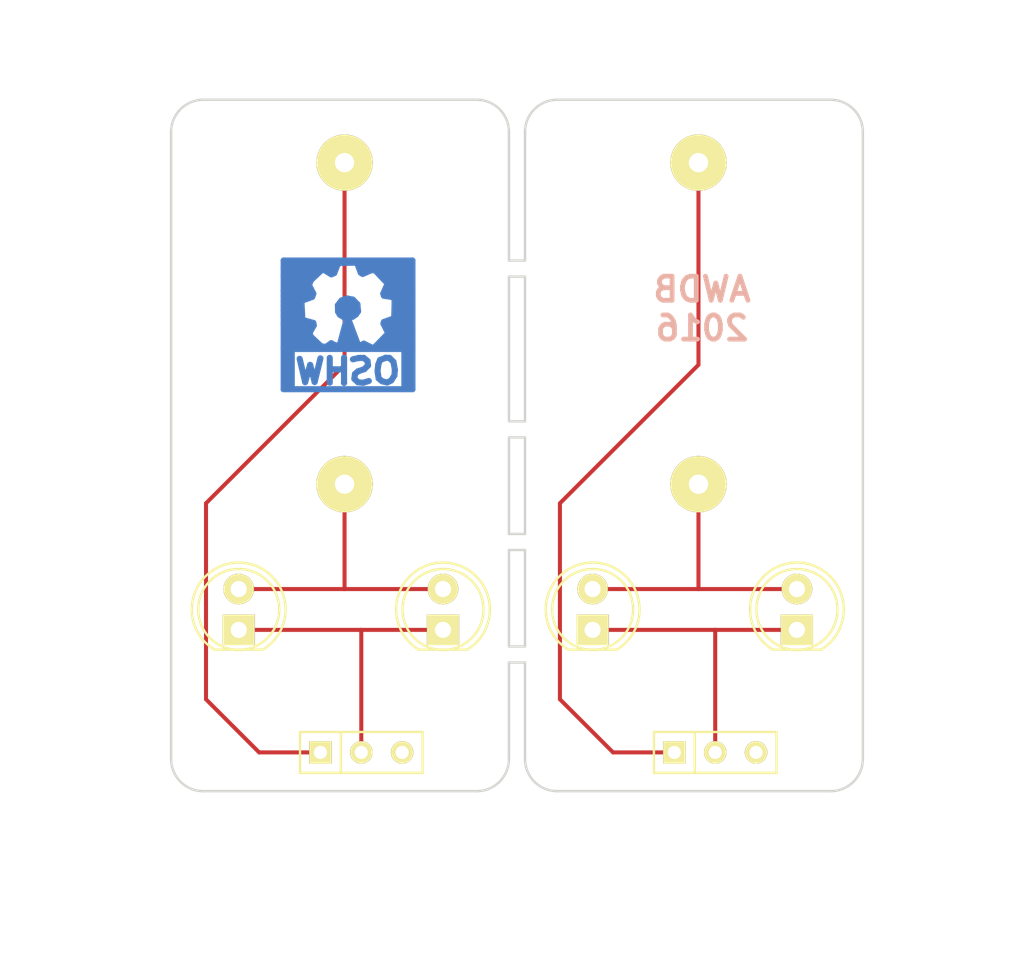
<source format=kicad_pcb>
(kicad_pcb (version 4) (host pcbnew 4.0.2-4+6225~38~ubuntu15.10.1-stable)

  (general
    (links 0)
    (no_connects 0)
    (area 54.142999 66.014999 97.293001 109.165001)
    (thickness 1.6)
    (drawings 37)
    (tracks 26)
    (zones 0)
    (modules 11)
    (nets 1)
  )

  (page A4)
  (layers
    (0 F.Cu signal)
    (31 B.Cu signal)
    (32 B.Adhes user)
    (33 F.Adhes user)
    (34 B.Paste user)
    (35 F.Paste user)
    (36 B.SilkS user)
    (37 F.SilkS user)
    (38 B.Mask user)
    (39 F.Mask user)
    (40 Dwgs.User user)
    (41 Cmts.User user)
    (42 Eco1.User user)
    (43 Eco2.User user)
    (44 Edge.Cuts user)
    (45 Margin user)
    (46 B.CrtYd user)
    (47 F.CrtYd user)
    (48 B.Fab user)
    (49 F.Fab user)
  )

  (setup
    (last_trace_width 0.25)
    (trace_clearance 0.2)
    (zone_clearance 0.508)
    (zone_45_only no)
    (trace_min 0.2)
    (segment_width 0.2)
    (edge_width 0.15)
    (via_size 0.6)
    (via_drill 0.4)
    (via_min_size 0.4)
    (via_min_drill 0.3)
    (uvia_size 0.3)
    (uvia_drill 0.1)
    (uvias_allowed no)
    (uvia_min_size 0.2)
    (uvia_min_drill 0.1)
    (pcb_text_width 0.3)
    (pcb_text_size 1.5 1.5)
    (mod_edge_width 0.15)
    (mod_text_size 1 1)
    (mod_text_width 0.15)
    (pad_size 1.524 1.524)
    (pad_drill 0.762)
    (pad_to_mask_clearance 0.2)
    (aux_axis_origin 0 0)
    (grid_origin 93.218 85.09)
    (visible_elements FFFFFF7F)
    (pcbplotparams
      (layerselection 0x010f0_80000001)
      (usegerberextensions false)
      (excludeedgelayer true)
      (linewidth 0.150000)
      (plotframeref false)
      (viasonmask false)
      (mode 1)
      (useauxorigin false)
      (hpglpennumber 1)
      (hpglpenspeed 20)
      (hpglpendiameter 15)
      (hpglpenoverlay 2)
      (psnegative false)
      (psa4output false)
      (plotreference true)
      (plotvalue true)
      (plotinvisibletext false)
      (padsonsilk false)
      (subtractmaskfromsilk false)
      (outputformat 1)
      (mirror false)
      (drillshape 0)
      (scaleselection 1)
      (outputdirectory ""))
  )

  (net 0 "")

  (net_class Default "This is the default net class."
    (clearance 0.2)
    (trace_width 0.25)
    (via_dia 0.6)
    (via_drill 0.4)
    (uvia_dia 0.3)
    (uvia_drill 0.1)
  )

  (module Buttons_Switches_ThroughHole:SW_Micro_SPST (layer F.Cu) (tedit 57014A92) (tstamp 57013BCC)
    (at 66.04 106.68)
    (tags "Switch Micro SPST")
    (fp_text reference REF** (at 0 -2.54) (layer F.SilkS) hide
      (effects (font (size 1 1) (thickness 0.15)))
    )
    (fp_text value SW_Micro_SPST (at 0.025 2.45) (layer F.Fab) hide
      (effects (font (size 1 1) (thickness 0.15)))
    )
    (fp_line (start -3.81 1.27) (end -3.81 -1.27) (layer F.SilkS) (width 0.15))
    (fp_line (start -3.81 -1.27) (end 3.81 -1.27) (layer F.SilkS) (width 0.15))
    (fp_line (start 3.81 -1.27) (end 3.81 1.27) (layer F.SilkS) (width 0.15))
    (fp_line (start 3.81 1.27) (end -3.81 1.27) (layer F.SilkS) (width 0.15))
    (fp_line (start -1.27 -1.27) (end -1.27 1.27) (layer F.SilkS) (width 0.15))
    (pad 1 thru_hole rect (at -2.54 0) (size 1.397 1.397) (drill 0.8128) (layers *.Cu *.Mask F.SilkS))
    (pad 2 thru_hole circle (at 0 0) (size 1.397 1.397) (drill 0.8128) (layers *.Cu *.Mask F.SilkS))
    (pad 3 thru_hole circle (at 2.54 0) (size 1.397 1.397) (drill 0.8128) (layers *.Cu *.Mask F.SilkS))
    (model Buttons_Switches_ThroughHole.3dshapes/SW_Micro_SPST.wrl
      (at (xyz 0 0 0))
      (scale (xyz 0.33 0.33 0.33))
      (rotate (xyz 0 0 0))
    )
  )

  (module LEDs:LED-5MM (layer F.Cu) (tedit 57014A9D) (tstamp 57013D01)
    (at 58.42 99.06 90)
    (descr "LED 5mm round vertical")
    (tags "LED 5mm round vertical")
    (fp_text reference REF** (at 1.524 4.064 90) (layer F.SilkS) hide
      (effects (font (size 1 1) (thickness 0.15)))
    )
    (fp_text value LED-5MM (at 1.524 -3.937 90) (layer F.Fab) hide
      (effects (font (size 1 1) (thickness 0.15)))
    )
    (fp_line (start -1.5 -1.55) (end -1.5 1.55) (layer F.CrtYd) (width 0.05))
    (fp_arc (start 1.3 0) (end -1.5 1.55) (angle -302) (layer F.CrtYd) (width 0.05))
    (fp_arc (start 1.27 0) (end -1.23 -1.5) (angle 297.5) (layer F.SilkS) (width 0.15))
    (fp_line (start -1.23 1.5) (end -1.23 -1.5) (layer F.SilkS) (width 0.15))
    (fp_circle (center 1.27 0) (end 0.97 -2.5) (layer F.SilkS) (width 0.15))
    (fp_text user K (at -1.905 1.905 90) (layer F.SilkS) hide
      (effects (font (size 1 1) (thickness 0.15)))
    )
    (pad 1 thru_hole rect (at 0 0 180) (size 2 1.9) (drill 1.00076) (layers *.Cu *.Mask F.SilkS))
    (pad 2 thru_hole circle (at 2.54 0 90) (size 1.9 1.9) (drill 1.00076) (layers *.Cu *.Mask F.SilkS))
    (model LEDs.3dshapes/LED-5MM.wrl
      (at (xyz 0.05 0 0))
      (scale (xyz 1 1 1))
      (rotate (xyz 0 0 90))
    )
  )

  (module LEDs:LED-5MM (layer F.Cu) (tedit 57014AA0) (tstamp 57013D0D)
    (at 71.12 99.06 90)
    (descr "LED 5mm round vertical")
    (tags "LED 5mm round vertical")
    (fp_text reference REF** (at 1.524 4.064 90) (layer F.SilkS) hide
      (effects (font (size 1 1) (thickness 0.15)))
    )
    (fp_text value LED-5MM (at 1.524 -3.937 90) (layer F.Fab) hide
      (effects (font (size 1 1) (thickness 0.15)))
    )
    (fp_line (start -1.5 -1.55) (end -1.5 1.55) (layer F.CrtYd) (width 0.05))
    (fp_arc (start 1.3 0) (end -1.5 1.55) (angle -302) (layer F.CrtYd) (width 0.05))
    (fp_arc (start 1.27 0) (end -1.23 -1.5) (angle 297.5) (layer F.SilkS) (width 0.15))
    (fp_line (start -1.23 1.5) (end -1.23 -1.5) (layer F.SilkS) (width 0.15))
    (fp_circle (center 1.27 0) (end 0.97 -2.5) (layer F.SilkS) (width 0.15))
    (fp_text user K (at -1.905 1.905 90) (layer F.SilkS) hide
      (effects (font (size 1 1) (thickness 0.15)))
    )
    (pad 1 thru_hole rect (at 0 0 180) (size 2 1.9) (drill 1.00076) (layers *.Cu *.Mask F.SilkS))
    (pad 2 thru_hole circle (at 2.54 0 90) (size 1.9 1.9) (drill 1.00076) (layers *.Cu *.Mask F.SilkS))
    (model LEDs.3dshapes/LED-5MM.wrl
      (at (xyz 0.05 0 0))
      (scale (xyz 1 1 1))
      (rotate (xyz 0 0 90))
    )
  )

  (module Wire_Pads:SolderWirePad_single_1-2mmDrill (layer F.Cu) (tedit 57014A79) (tstamp 570146C1)
    (at 65 90)
    (fp_text reference REF** (at 0 -3.81) (layer F.SilkS) hide
      (effects (font (size 1 1) (thickness 0.15)))
    )
    (fp_text value + (at -1.905 3.175) (layer F.Fab) hide
      (effects (font (size 1 1) (thickness 0.15)))
    )
    (pad 1 thru_hole circle (at 0 0) (size 3.50012 3.50012) (drill 1.19888) (layers *.Cu *.Mask F.SilkS))
  )

  (module Wire_Pads:SolderWirePad_single_1-2mmDrill (layer F.Cu) (tedit 57014A76) (tstamp 570146C6)
    (at 65 70)
    (fp_text reference REF** (at 0 -3.81) (layer F.SilkS) hide
      (effects (font (size 1 1) (thickness 0.15)))
    )
    (fp_text value - (at -1.905 3.175) (layer F.Fab) hide
      (effects (font (size 1 1) (thickness 0.15)))
    )
    (pad 1 thru_hole circle (at 0 0) (size 3.50012 3.50012) (drill 1.19888) (layers *.Cu *.Mask F.SilkS))
  )

  (module Buttons_Switches_ThroughHole:SW_Micro_SPST (layer F.Cu) (tedit 57014A94) (tstamp 57013BCC)
    (at 88.04 106.68)
    (tags "Switch Micro SPST")
    (fp_text reference REF** (at 0 -2.54) (layer F.SilkS) hide
      (effects (font (size 1 1) (thickness 0.15)))
    )
    (fp_text value SW_Micro_SPST (at 0.025 2.45) (layer F.Fab) hide
      (effects (font (size 1 1) (thickness 0.15)))
    )
    (fp_line (start -3.81 1.27) (end -3.81 -1.27) (layer F.SilkS) (width 0.15))
    (fp_line (start -3.81 -1.27) (end 3.81 -1.27) (layer F.SilkS) (width 0.15))
    (fp_line (start 3.81 -1.27) (end 3.81 1.27) (layer F.SilkS) (width 0.15))
    (fp_line (start 3.81 1.27) (end -3.81 1.27) (layer F.SilkS) (width 0.15))
    (fp_line (start -1.27 -1.27) (end -1.27 1.27) (layer F.SilkS) (width 0.15))
    (pad 1 thru_hole rect (at -2.54 0) (size 1.397 1.397) (drill 0.8128) (layers *.Cu *.Mask F.SilkS))
    (pad 2 thru_hole circle (at 0 0) (size 1.397 1.397) (drill 0.8128) (layers *.Cu *.Mask F.SilkS))
    (pad 3 thru_hole circle (at 2.54 0) (size 1.397 1.397) (drill 0.8128) (layers *.Cu *.Mask F.SilkS))
    (model Buttons_Switches_ThroughHole.3dshapes/SW_Micro_SPST.wrl
      (at (xyz 0 0 0))
      (scale (xyz 0.33 0.33 0.33))
      (rotate (xyz 0 0 0))
    )
  )

  (module LEDs:LED-5MM (layer F.Cu) (tedit 57014AA4) (tstamp 57013D01)
    (at 80.42 99.06 90)
    (descr "LED 5mm round vertical")
    (tags "LED 5mm round vertical")
    (fp_text reference REF** (at 1.524 4.064 90) (layer F.SilkS) hide
      (effects (font (size 1 1) (thickness 0.15)))
    )
    (fp_text value LED-5MM (at 1.524 -3.937 90) (layer F.Fab) hide
      (effects (font (size 1 1) (thickness 0.15)))
    )
    (fp_line (start -1.5 -1.55) (end -1.5 1.55) (layer F.CrtYd) (width 0.05))
    (fp_arc (start 1.3 0) (end -1.5 1.55) (angle -302) (layer F.CrtYd) (width 0.05))
    (fp_arc (start 1.27 0) (end -1.23 -1.5) (angle 297.5) (layer F.SilkS) (width 0.15))
    (fp_line (start -1.23 1.5) (end -1.23 -1.5) (layer F.SilkS) (width 0.15))
    (fp_circle (center 1.27 0) (end 0.97 -2.5) (layer F.SilkS) (width 0.15))
    (fp_text user K (at -1.905 1.905 90) (layer F.SilkS) hide
      (effects (font (size 1 1) (thickness 0.15)))
    )
    (pad 1 thru_hole rect (at 0 0 180) (size 2 1.9) (drill 1.00076) (layers *.Cu *.Mask F.SilkS))
    (pad 2 thru_hole circle (at 2.54 0 90) (size 1.9 1.9) (drill 1.00076) (layers *.Cu *.Mask F.SilkS))
    (model LEDs.3dshapes/LED-5MM.wrl
      (at (xyz 0.05 0 0))
      (scale (xyz 1 1 1))
      (rotate (xyz 0 0 90))
    )
  )

  (module LEDs:LED-5MM (layer F.Cu) (tedit 57014AA7) (tstamp 57013D0D)
    (at 93.12 99.06 90)
    (descr "LED 5mm round vertical")
    (tags "LED 5mm round vertical")
    (fp_text reference REF** (at 1.524 4.064 90) (layer F.SilkS) hide
      (effects (font (size 1 1) (thickness 0.15)))
    )
    (fp_text value LED-5MM (at 1.524 -3.937 90) (layer F.Fab) hide
      (effects (font (size 1 1) (thickness 0.15)))
    )
    (fp_line (start -1.5 -1.55) (end -1.5 1.55) (layer F.CrtYd) (width 0.05))
    (fp_arc (start 1.3 0) (end -1.5 1.55) (angle -302) (layer F.CrtYd) (width 0.05))
    (fp_arc (start 1.27 0) (end -1.23 -1.5) (angle 297.5) (layer F.SilkS) (width 0.15))
    (fp_line (start -1.23 1.5) (end -1.23 -1.5) (layer F.SilkS) (width 0.15))
    (fp_circle (center 1.27 0) (end 0.97 -2.5) (layer F.SilkS) (width 0.15))
    (fp_text user K (at -1.905 1.905 90) (layer F.SilkS) hide
      (effects (font (size 1 1) (thickness 0.15)))
    )
    (pad 1 thru_hole rect (at 0 0 180) (size 2 1.9) (drill 1.00076) (layers *.Cu *.Mask F.SilkS))
    (pad 2 thru_hole circle (at 2.54 0 90) (size 1.9 1.9) (drill 1.00076) (layers *.Cu *.Mask F.SilkS))
    (model LEDs.3dshapes/LED-5MM.wrl
      (at (xyz 0.05 0 0))
      (scale (xyz 1 1 1))
      (rotate (xyz 0 0 90))
    )
  )

  (module Wire_Pads:SolderWirePad_single_1-2mmDrill (layer F.Cu) (tedit 57014A7B) (tstamp 570146C1)
    (at 87 90)
    (fp_text reference REF** (at 0 -3.81) (layer F.SilkS) hide
      (effects (font (size 1 1) (thickness 0.15)))
    )
    (fp_text value + (at -1.905 3.175) (layer F.Fab) hide
      (effects (font (size 1 1) (thickness 0.15)))
    )
    (pad 1 thru_hole circle (at 0 0) (size 3.50012 3.50012) (drill 1.19888) (layers *.Cu *.Mask F.SilkS))
  )

  (module Wire_Pads:SolderWirePad_single_1-2mmDrill (layer F.Cu) (tedit 57014A73) (tstamp 570146C6)
    (at 87 70)
    (fp_text reference REF** (at 0 -3.81) (layer F.SilkS) hide
      (effects (font (size 1 1) (thickness 0.15)))
    )
    (fp_text value - (at -1.905 3.175) (layer F.Fab) hide
      (effects (font (size 1 1) (thickness 0.15)))
    )
    (pad 1 thru_hole circle (at 0 0) (size 3.50012 3.50012) (drill 1.19888) (layers *.Cu *.Mask F.SilkS))
  )

  (module Symbols:Symbol_OSHW-Logo_CopperTop_Negative (layer B.Cu) (tedit 57014B2C) (tstamp 57014B0E)
    (at 65.218 79.09 180)
    (descr "Symbol, OSHW-Logo, Copper top, Negative,")
    (tags "Symbol, OSHW-Logo, Copper top, Negative,")
    (fp_text reference REF** (at 0.09906 4.38912 180) (layer B.SilkS) hide
      (effects (font (size 1 1) (thickness 0.15)) (justify mirror))
    )
    (fp_text value Symbol_OSHW-Logo_CopperTop_Negative (at 0.30988 -6.56082 180) (layer B.Fab) hide
      (effects (font (size 1 1) (thickness 0.15)) (justify mirror))
    )
    (fp_line (start 0 -0.59944) (end -0.59944 -2.19964) (layer B.Cu) (width 0.381))
    (fp_line (start 0.09906 -0.70104) (end 0.50038 -2.19964) (layer B.Cu) (width 0.381))
    (fp_line (start -0.39878 -0.29972) (end 0.39878 -0.29972) (layer B.Cu) (width 0.381))
    (fp_line (start 0.59944 0) (end -0.39878 0) (layer B.Cu) (width 0.381))
    (fp_line (start -0.39878 0.29972) (end 0.39878 0.29972) (layer B.Cu) (width 0.381))
    (fp_line (start -4.0005 -2.19964) (end -1.99898 -2.19964) (layer B.Cu) (width 0.381))
    (fp_line (start -2.30124 -1.89992) (end -3.8989 -1.89992) (layer B.Cu) (width 0.381))
    (fp_line (start -4.0005 -1.6002) (end -2.49936 -1.6002) (layer B.Cu) (width 0.381))
    (fp_line (start -2.4003 -1.30048) (end -4.0005 -1.30048) (layer B.Cu) (width 0.381))
    (fp_line (start -3.8989 -1.00076) (end -2.49936 -1.00076) (layer B.Cu) (width 0.381))
    (fp_line (start -2.79908 -0.70104) (end -3.8989 -0.70104) (layer B.Cu) (width 0.381))
    (fp_line (start -4.0005 -0.39878) (end -2.99974 -0.39878) (layer B.Cu) (width 0.381))
    (fp_line (start -2.99974 -0.09906) (end -4.0005 -0.09906) (layer B.Cu) (width 0.381))
    (fp_line (start -3.8989 0.20066) (end -2.99974 0.20066) (layer B.Cu) (width 0.381))
    (fp_line (start -2.90068 0.50038) (end -3.8989 0.50038) (layer B.Cu) (width 0.381))
    (fp_line (start -4.0005 0.8001) (end -2.49936 0.8001) (layer B.Cu) (width 0.381))
    (fp_line (start -2.4003 1.09982) (end -3.8989 1.09982) (layer B.Cu) (width 0.381))
    (fp_line (start -4.0005 1.19888) (end -2.60096 1.19888) (layer B.Cu) (width 0.381))
    (fp_line (start -2.49936 1.50114) (end -3.8989 1.50114) (layer B.Cu) (width 0.381))
    (fp_line (start -3.8989 1.80086) (end -2.49936 1.80086) (layer B.Cu) (width 0.381))
    (fp_line (start -1.99898 2.10058) (end -3.79984 2.10058) (layer B.Cu) (width 0.381))
    (fp_line (start -3.8989 2.4003) (end -0.89916 2.4003) (layer B.Cu) (width 0.381))
    (fp_line (start -0.70104 2.70002) (end -3.8989 2.70002) (layer B.Cu) (width 0.381))
    (fp_line (start 0.8001 2.70002) (end 3.8989 2.70002) (layer B.Cu) (width 0.381))
    (fp_line (start 4.0005 2.49936) (end 0.89916 2.49936) (layer B.Cu) (width 0.381))
    (fp_line (start 1.99898 2.19964) (end 3.8989 2.19964) (layer B.Cu) (width 0.381))
    (fp_line (start 4.0005 1.99898) (end 2.30124 1.99898) (layer B.Cu) (width 0.381))
    (fp_line (start 2.49936 1.69926) (end 3.8989 1.69926) (layer B.Cu) (width 0.381))
    (fp_line (start 3.8989 1.39954) (end 2.60096 1.39954) (layer B.Cu) (width 0.381))
    (fp_line (start 2.30124 1.09982) (end 4.0005 1.09982) (layer B.Cu) (width 0.381))
    (fp_line (start 4.0005 0.8001) (end 2.4003 0.8001) (layer B.Cu) (width 0.381))
    (fp_line (start 2.90068 0.50038) (end 4.0005 0.50038) (layer B.Cu) (width 0.381))
    (fp_line (start 4.0005 0.20066) (end 2.99974 0.20066) (layer B.Cu) (width 0.381))
    (fp_line (start 2.90068 -0.09906) (end 4.0005 -0.09906) (layer B.Cu) (width 0.381))
    (fp_line (start 4.0005 -0.39878) (end 2.90068 -0.39878) (layer B.Cu) (width 0.381))
    (fp_line (start 2.79908 -0.70104) (end 3.8989 -0.70104) (layer B.Cu) (width 0.381))
    (fp_line (start 4.0005 -1.00076) (end 2.30124 -1.00076) (layer B.Cu) (width 0.381))
    (fp_line (start 2.4003 -1.30048) (end 3.8989 -1.30048) (layer B.Cu) (width 0.381))
    (fp_line (start 2.4003 -1.6002) (end 3.79984 -1.6002) (layer B.Cu) (width 0.381))
    (fp_line (start 3.8989 -1.89992) (end 2.4003 -1.89992) (layer B.Cu) (width 0.381))
    (fp_line (start 2.10058 -2.19964) (end 3.79984 -2.19964) (layer B.Cu) (width 0.381))
    (fp_line (start 0 -1.6002) (end 0.20066 -2.30124) (layer B.Cu) (width 0.381))
    (fp_line (start 0 -1.50114) (end -0.20066 -2.30124) (layer B.Cu) (width 0.381))
    (fp_line (start 3.70078 -2.49936) (end 3.79984 -4.8006) (layer B.Cu) (width 0.381))
    (fp_line (start -3.79984 -2.49936) (end -3.79984 -4.8006) (layer B.Cu) (width 0.381))
    (fp_line (start -3.50012 -2.49936) (end -3.50012 -5.00126) (layer B.Cu) (width 0.381))
    (fp_line (start 3.50012 -2.49936) (end 3.50012 -5.00126) (layer B.Cu) (width 0.381))
    (fp_line (start -4.0005 -2.49936) (end 4.0005 -2.49936) (layer B.Cu) (width 0.381))
    (fp_line (start 0.02032 -0.68072) (end -0.01016 -0.97028) (layer B.Cu) (width 0.381))
    (fp_line (start -0.01016 -0.97028) (end 0.5588 -2.33934) (layer B.Cu) (width 0.381))
    (fp_line (start 0.5588 -2.33934) (end 1.00076 -2.18948) (layer B.Cu) (width 0.381))
    (fp_line (start 1.00076 -2.18948) (end 1.03886 -2.14122) (layer B.Cu) (width 0.381))
    (fp_line (start 1.03886 -2.14122) (end 1.43002 -2.41046) (layer B.Cu) (width 0.381))
    (fp_line (start 1.41986 -2.36982) (end 1.62052 -2.33934) (layer B.Cu) (width 0.381))
    (fp_line (start 1.63068 -2.37998) (end 2.30886 -1.7399) (layer B.Cu) (width 0.381))
    (fp_line (start 2.30886 -1.7399) (end 2.4003 -1.50876) (layer B.Cu) (width 0.381))
    (fp_line (start 2.4003 -1.50876) (end 2.13106 -1.03124) (layer B.Cu) (width 0.381))
    (fp_line (start 2.13106 -1.03124) (end 2.159 -0.87884) (layer B.Cu) (width 0.381))
    (fp_line (start 2.159 -0.87884) (end 2.83972 -0.69088) (layer B.Cu) (width 0.381))
    (fp_line (start 2.83972 -0.69088) (end 2.90068 0.49022) (layer B.Cu) (width 0.381))
    (fp_line (start 2.90068 0.49022) (end 2.23012 0.73914) (layer B.Cu) (width 0.381))
    (fp_line (start 2.23012 0.73914) (end 2.159 0.9398) (layer B.Cu) (width 0.381))
    (fp_line (start 2.159 0.9398) (end 2.43078 1.47066) (layer B.Cu) (width 0.381))
    (fp_line (start 2.43078 1.47066) (end 2.30886 1.78054) (layer B.Cu) (width 0.381))
    (fp_line (start 2.30886 1.78054) (end 1.66878 2.39014) (layer B.Cu) (width 0.381))
    (fp_line (start 1.66878 2.39014) (end 1.4605 2.4003) (layer B.Cu) (width 0.381))
    (fp_line (start 1.4605 2.4003) (end 1.03886 2.14122) (layer B.Cu) (width 0.381))
    (fp_line (start 1.03886 2.14122) (end 0.86106 2.21996) (layer B.Cu) (width 0.381))
    (fp_line (start 0.86106 2.21996) (end 0.64008 2.77876) (layer B.Cu) (width 0.381))
    (fp_line (start 0.64008 2.77876) (end 0.61976 2.84988) (layer B.Cu) (width 0.381))
    (fp_line (start 0.61976 2.84988) (end -0.55118 2.8702) (layer B.Cu) (width 0.381))
    (fp_line (start -0.54102 2.91084) (end -0.78994 2.24028) (layer B.Cu) (width 0.381))
    (fp_line (start -0.78994 2.24028) (end -0.90932 2.16916) (layer B.Cu) (width 0.381))
    (fp_line (start -0.90932 2.16916) (end -1.61036 2.46888) (layer B.Cu) (width 0.381))
    (fp_line (start -1.61036 2.46888) (end -2.46126 1.56972) (layer B.Cu) (width 0.381))
    (fp_line (start -2.46126 1.56972) (end -2.18948 0.9398) (layer B.Cu) (width 0.381))
    (fp_line (start -2.18948 0.9398) (end -2.23012 0.81026) (layer B.Cu) (width 0.381))
    (fp_line (start -2.23012 0.81026) (end -2.75082 0.72898) (layer B.Cu) (width 0.381))
    (fp_line (start -2.75082 0.72898) (end -2.90068 0.67056) (layer B.Cu) (width 0.381))
    (fp_line (start -2.90068 0.67056) (end -2.8702 -0.58928) (layer B.Cu) (width 0.381))
    (fp_line (start -2.8702 -0.58928) (end -2.23012 -0.82042) (layer B.Cu) (width 0.381))
    (fp_line (start -2.23012 -0.82042) (end -2.19964 -0.91948) (layer B.Cu) (width 0.381))
    (fp_line (start -2.19964 -0.91948) (end -2.49936 -1.52908) (layer B.Cu) (width 0.381))
    (fp_line (start -2.49936 -1.52908) (end -1.67894 -2.36982) (layer B.Cu) (width 0.381))
    (fp_line (start -1.67894 -2.36982) (end -1.56972 -2.46126) (layer B.Cu) (width 0.381))
    (fp_line (start -1.56972 -2.46126) (end -0.98044 -2.16916) (layer B.Cu) (width 0.381))
    (fp_line (start -0.98044 -2.16916) (end -0.71882 -2.30886) (layer B.Cu) (width 0.381))
    (fp_line (start -0.71882 -2.30886) (end -0.49022 -2.30886) (layer B.Cu) (width 0.381))
    (fp_line (start -0.49022 -2.30886) (end 0.0508 -0.8001) (layer B.Cu) (width 0.381))
    (fp_line (start 0.0508 -0.8001) (end -0.1905 -0.49022) (layer B.Cu) (width 0.381))
    (fp_line (start -0.1905 -0.49022) (end -0.26924 -0.50038) (layer B.Cu) (width 0.381))
    (fp_line (start -0.26924 -0.50038) (end -0.48006 -0.36068) (layer B.Cu) (width 0.381))
    (fp_line (start -0.48006 -0.36068) (end -0.61976 -0.16002) (layer B.Cu) (width 0.381))
    (fp_line (start -0.61976 -0.16002) (end -0.57912 0.2794) (layer B.Cu) (width 0.381))
    (fp_line (start -0.57912 0.2794) (end -0.29972 0.56896) (layer B.Cu) (width 0.381))
    (fp_line (start -0.29972 0.56896) (end 0.06096 0.64008) (layer B.Cu) (width 0.381))
    (fp_line (start 0.06096 0.64008) (end 0.39878 0.5207) (layer B.Cu) (width 0.381))
    (fp_line (start 0.39878 0.5207) (end 0.62992 0.22098) (layer B.Cu) (width 0.381))
    (fp_line (start 0.62992 0.22098) (end 0.61976 -0.18034) (layer B.Cu) (width 0.381))
    (fp_line (start 0.61976 -0.18034) (end 0.51054 -0.37084) (layer B.Cu) (width 0.381))
    (fp_line (start 0.51054 -0.37084) (end 0 -0.68072) (layer B.Cu) (width 0.381))
    (fp_line (start -4.0005 2.99974) (end 4.0005 2.99974) (layer B.Cu) (width 0.381))
    (fp_line (start 4.0005 2.99974) (end 4.0005 -5.00126) (layer B.Cu) (width 0.381))
    (fp_line (start 4.0005 -5.00126) (end -4.0005 -5.00126) (layer B.Cu) (width 0.381))
    (fp_line (start -4.0005 -5.00126) (end -4.0005 2.99974) (layer B.Cu) (width 0.381))
    (fp_line (start 1.71704 -3.08102) (end 2.07772 -4.55168) (layer B.Cu) (width 0.381))
    (fp_line (start 2.07772 -4.55168) (end 2.35712 -3.48996) (layer B.Cu) (width 0.381))
    (fp_line (start 2.35712 -3.48996) (end 2.667 -4.56184) (layer B.Cu) (width 0.381))
    (fp_line (start 2.667 -4.56184) (end 3.00736 -3.1115) (layer B.Cu) (width 0.381))
    (fp_line (start 0.29718 -3.7719) (end 1.08712 -3.76174) (layer B.Cu) (width 0.381))
    (fp_line (start 1.08712 -3.76174) (end 1.09728 -3.7719) (layer B.Cu) (width 0.381))
    (fp_line (start 1.09728 -3.7719) (end 1.09728 -3.76174) (layer B.Cu) (width 0.381))
    (fp_line (start 1.13792 -3.05054) (end 1.13792 -4.59232) (layer B.Cu) (width 0.381))
    (fp_line (start 0.24892 -3.04038) (end 0.24892 -4.6101) (layer B.Cu) (width 0.381))
    (fp_line (start 0.24892 -4.6101) (end 0.25908 -4.59994) (layer B.Cu) (width 0.381))
    (fp_line (start -0.30226 -3.14198) (end -0.65278 -3.0607) (layer B.Cu) (width 0.381))
    (fp_line (start -0.65278 -3.0607) (end -0.97282 -3.05054) (layer B.Cu) (width 0.381))
    (fp_line (start -0.97282 -3.05054) (end -1.21158 -3.2512) (layer B.Cu) (width 0.381))
    (fp_line (start -1.21158 -3.2512) (end -1.24206 -3.52044) (layer B.Cu) (width 0.381))
    (fp_line (start -1.24206 -3.52044) (end -1.00076 -3.76174) (layer B.Cu) (width 0.381))
    (fp_line (start -1.00076 -3.76174) (end -0.61214 -3.89128) (layer B.Cu) (width 0.381))
    (fp_line (start -0.61214 -3.89128) (end -0.4318 -4.0513) (layer B.Cu) (width 0.381))
    (fp_line (start -0.4318 -4.0513) (end -0.39116 -4.35102) (layer B.Cu) (width 0.381))
    (fp_line (start -0.39116 -4.35102) (end -0.6223 -4.572) (layer B.Cu) (width 0.381))
    (fp_line (start -0.6223 -4.572) (end -0.94234 -4.59994) (layer B.Cu) (width 0.381))
    (fp_line (start -0.94234 -4.59994) (end -1.29286 -4.49072) (layer B.Cu) (width 0.381))
    (fp_line (start -2.33172 -3.04038) (end -2.58064 -3.0607) (layer B.Cu) (width 0.381))
    (fp_line (start -2.58064 -3.0607) (end -2.82194 -3.302) (layer B.Cu) (width 0.381))
    (fp_line (start -2.82194 -3.302) (end -2.91084 -3.79222) (layer B.Cu) (width 0.381))
    (fp_line (start -2.91084 -3.79222) (end -2.8829 -4.1402) (layer B.Cu) (width 0.381))
    (fp_line (start -2.8829 -4.1402) (end -2.68224 -4.46024) (layer B.Cu) (width 0.381))
    (fp_line (start -2.68224 -4.46024) (end -2.43078 -4.58216) (layer B.Cu) (width 0.381))
    (fp_line (start -2.43078 -4.58216) (end -2.1209 -4.51104) (layer B.Cu) (width 0.381))
    (fp_line (start -2.1209 -4.51104) (end -1.90246 -4.3307) (layer B.Cu) (width 0.381))
    (fp_line (start -1.90246 -4.3307) (end -1.83134 -3.87096) (layer B.Cu) (width 0.381))
    (fp_line (start -1.83134 -3.87096) (end -1.88214 -3.46202) (layer B.Cu) (width 0.381))
    (fp_line (start -1.88214 -3.46202) (end -1.99136 -3.18008) (layer B.Cu) (width 0.381))
    (fp_line (start -1.99136 -3.18008) (end -2.35204 -3.05054) (layer B.Cu) (width 0.381))
  )

  (dimension 20 (width 0.3) (layer Cmts.User)
    (gr_text "20.000 mm" (at 49.868 80.09 270) (layer Cmts.User)
      (effects (font (size 1.5 1.5) (thickness 0.3)))
    )
    (feature1 (pts (xy 61.218 90.09) (xy 48.518 90.09)))
    (feature2 (pts (xy 61.218 70.09) (xy 48.518 70.09)))
    (crossbar (pts (xy 51.218 70.09) (xy 51.218 90.09)))
    (arrow1a (pts (xy 51.218 90.09) (xy 50.631579 88.963496)))
    (arrow1b (pts (xy 51.218 90.09) (xy 51.804421 88.963496)))
    (arrow2a (pts (xy 51.218 70.09) (xy 50.631579 71.216504)))
    (arrow2b (pts (xy 51.218 70.09) (xy 51.804421 71.216504)))
  )
  (gr_text "AWDB\n2016" (at 87.218 79.09) (layer B.SilkS)
    (effects (font (size 1.5 1.5) (thickness 0.3)) (justify mirror))
  )
  (gr_line (start 76.218 86.09) (end 75.218 86.09) (angle 90) (layer Edge.Cuts) (width 0.15))
  (gr_line (start 76.218 77.09) (end 76.218 86.09) (angle 90) (layer Edge.Cuts) (width 0.15))
  (gr_line (start 75.218 77.09) (end 76.218 77.09) (angle 90) (layer Edge.Cuts) (width 0.15))
  (gr_line (start 75.218 86.09) (end 75.218 77.09) (angle 90) (layer Edge.Cuts) (width 0.15))
  (gr_line (start 75.218 87.09) (end 75.218 93.09) (angle 90) (layer Edge.Cuts) (width 0.15))
  (gr_line (start 76.218 87.09) (end 75.218 87.09) (angle 90) (layer Edge.Cuts) (width 0.15))
  (gr_line (start 76.218 93.09) (end 76.218 87.09) (angle 90) (layer Edge.Cuts) (width 0.15))
  (gr_line (start 75.218 93.09) (end 76.218 93.09) (angle 90) (layer Edge.Cuts) (width 0.15))
  (gr_line (start 76.218 100.09) (end 75.218 100.09) (angle 90) (layer Edge.Cuts) (width 0.15))
  (gr_line (start 76.218 94.09) (end 76.218 100.09) (angle 90) (layer Edge.Cuts) (width 0.15))
  (gr_line (start 75.218 94.09) (end 76.218 94.09) (angle 90) (layer Edge.Cuts) (width 0.15))
  (gr_line (start 75.218 100.09) (end 75.218 94.09) (angle 90) (layer Edge.Cuts) (width 0.15))
  (gr_line (start 76.218 101.09) (end 76.218 107.09) (angle 90) (layer Edge.Cuts) (width 0.15))
  (gr_line (start 75.218 101.09) (end 76.218 101.09) (angle 90) (layer Edge.Cuts) (width 0.15))
  (gr_line (start 75.218 107.09) (end 75.218 101.09) (angle 90) (layer Edge.Cuts) (width 0.15))
  (gr_line (start 76.218 76.09) (end 76.218 68.09) (angle 90) (layer Edge.Cuts) (width 0.15))
  (gr_line (start 75.218 76.09) (end 76.218 76.09) (angle 90) (layer Edge.Cuts) (width 0.15))
  (gr_line (start 75.218 68.09) (end 75.218 76.09) (angle 90) (layer Edge.Cuts) (width 0.15))
  (gr_line (start 78.218 109.09) (end 95.218 109.09) (angle 90) (layer Edge.Cuts) (width 0.15))
  (gr_line (start 56.218 109.09) (end 73.218 109.09) (angle 90) (layer Edge.Cuts) (width 0.15))
  (gr_line (start 54.218 68.09) (end 54.218 107.09) (angle 90) (layer Edge.Cuts) (width 0.15))
  (gr_arc (start 56.218 107.09) (end 56.218 109.09) (angle 90) (layer Edge.Cuts) (width 0.15))
  (gr_arc (start 73.218 107.09) (end 75.218 107.09) (angle 90) (layer Edge.Cuts) (width 0.15))
  (gr_arc (start 78.218 107.09) (end 78.218 109.09) (angle 90) (layer Edge.Cuts) (width 0.15))
  (gr_arc (start 78.218 68.09) (end 76.218 68.09) (angle 90) (layer Edge.Cuts) (width 0.15))
  (gr_arc (start 73.218 68.09) (end 73.218 66.09) (angle 90) (layer Edge.Cuts) (width 0.15))
  (dimension 43 (width 0.3) (layer Cmts.User)
    (gr_text "43.000 mm" (at 75.718 121.44) (layer Cmts.User)
      (effects (font (size 1.5 1.5) (thickness 0.3)))
    )
    (feature1 (pts (xy 54.218 111.09) (xy 54.218 122.79)))
    (feature2 (pts (xy 97.218 111.09) (xy 97.218 122.79)))
    (crossbar (pts (xy 97.218 120.09) (xy 54.218 120.09)))
    (arrow1a (pts (xy 54.218 120.09) (xy 55.344504 119.503579)))
    (arrow1b (pts (xy 54.218 120.09) (xy 55.344504 120.676421)))
    (arrow2a (pts (xy 97.218 120.09) (xy 96.091496 119.503579)))
    (arrow2b (pts (xy 97.218 120.09) (xy 96.091496 120.676421)))
  )
  (gr_line (start 73.218 66.09) (end 56.218 66.09) (angle 90) (layer Edge.Cuts) (width 0.15))
  (gr_arc (start 56.218 68.09) (end 54.218 68.09) (angle 90) (layer Edge.Cuts) (width 0.15))
  (gr_line (start 95.218 66.09) (end 78.218 66.09) (angle 90) (layer Edge.Cuts) (width 0.15))
  (gr_line (start 97.218 107.09) (end 97.218 68.09) (angle 90) (layer Edge.Cuts) (width 0.15))
  (gr_arc (start 95.218 107.09) (end 97.218 107.09) (angle 90) (layer Edge.Cuts) (width 0.15))
  (gr_arc (start 95.218 68.09) (end 95.218 66.09) (angle 90) (layer Edge.Cuts) (width 0.15))
  (dimension 21 (width 0.3) (layer Cmts.User)
    (gr_text "21.000 mm" (at 86.718 61.74) (layer Cmts.User)
      (effects (font (size 1.5 1.5) (thickness 0.3)))
    )
    (feature1 (pts (xy 76.218 111.09) (xy 76.218 60.39)))
    (feature2 (pts (xy 97.218 111.09) (xy 97.218 60.39)))
    (crossbar (pts (xy 97.218 63.09) (xy 76.218 63.09)))
    (arrow1a (pts (xy 76.218 63.09) (xy 77.344504 62.503579)))
    (arrow1b (pts (xy 76.218 63.09) (xy 77.344504 63.676421)))
    (arrow2a (pts (xy 97.218 63.09) (xy 96.091496 62.503579)))
    (arrow2b (pts (xy 97.218 63.09) (xy 96.091496 63.676421)))
  )
  (dimension 43 (width 0.3) (layer Cmts.User)
    (gr_text "43.000 mm" (at 104.568 87.59 90) (layer Cmts.User)
      (effects (font (size 1.5 1.5) (thickness 0.3)))
    )
    (feature1 (pts (xy 77.218 66.09) (xy 105.918 66.09)))
    (feature2 (pts (xy 77.218 109.09) (xy 105.918 109.09)))
    (crossbar (pts (xy 103.218 109.09) (xy 103.218 66.09)))
    (arrow1a (pts (xy 103.218 66.09) (xy 103.804421 67.216504)))
    (arrow1b (pts (xy 103.218 66.09) (xy 102.631579 67.216504)))
    (arrow2a (pts (xy 103.218 109.09) (xy 103.804421 107.963496)))
    (arrow2b (pts (xy 103.218 109.09) (xy 102.631579 107.963496)))
  )

  (segment (start 65 70) (end 65 82.574) (width 0.25) (layer F.Cu) (net 0))
  (segment (start 59.69 106.68) (end 63.5 106.68) (width 0.25) (layer F.Cu) (net 0) (tstamp 5701470C))
  (segment (start 56.388 103.378) (end 59.69 106.68) (width 0.25) (layer F.Cu) (net 0) (tstamp 5701470A))
  (segment (start 56.388 91.186) (end 56.388 103.378) (width 0.25) (layer F.Cu) (net 0) (tstamp 57014708))
  (segment (start 65 82.574) (end 56.388 91.186) (width 0.25) (layer F.Cu) (net 0) (tstamp 57014706))
  (segment (start 66.04 106.68) (end 66.04 99.06) (width 0.25) (layer F.Cu) (net 0))
  (segment (start 58.42 99.06) (end 66.04 99.06) (width 0.25) (layer F.Cu) (net 0))
  (segment (start 66.04 99.06) (end 71.12 99.06) (width 0.25) (layer F.Cu) (net 0) (tstamp 57014704))
  (segment (start 65 90) (end 65 96.496) (width 0.25) (layer F.Cu) (net 0))
  (segment (start 65 96.496) (end 64.976 96.52) (width 0.25) (layer F.Cu) (net 0) (tstamp 570146FC))
  (segment (start 64.976 96.52) (end 58.42 96.52) (width 0.25) (layer F.Cu) (net 0) (tstamp 570146FD))
  (segment (start 65.024 96.52) (end 71.12 96.52) (width 0.25) (layer F.Cu) (net 0) (tstamp 570146F9))
  (segment (start 65 96.496) (end 65.024 96.52) (width 0.25) (layer F.Cu) (net 0) (tstamp 570146F8))
  (segment (start 87 70) (end 87 82.574) (width 0.25) (layer F.Cu) (net 0))
  (segment (start 81.69 106.68) (end 85.5 106.68) (width 0.25) (layer F.Cu) (net 0) (tstamp 5701470C))
  (segment (start 78.388 103.378) (end 81.69 106.68) (width 0.25) (layer F.Cu) (net 0) (tstamp 5701470A))
  (segment (start 78.388 91.186) (end 78.388 103.378) (width 0.25) (layer F.Cu) (net 0) (tstamp 57014708))
  (segment (start 87 82.574) (end 78.388 91.186) (width 0.25) (layer F.Cu) (net 0) (tstamp 57014706))
  (segment (start 88.04 106.68) (end 88.04 99.06) (width 0.25) (layer F.Cu) (net 0))
  (segment (start 80.42 99.06) (end 88.04 99.06) (width 0.25) (layer F.Cu) (net 0))
  (segment (start 88.04 99.06) (end 93.12 99.06) (width 0.25) (layer F.Cu) (net 0) (tstamp 57014704))
  (segment (start 87 90) (end 87 96.496) (width 0.25) (layer F.Cu) (net 0))
  (segment (start 87 96.496) (end 86.976 96.52) (width 0.25) (layer F.Cu) (net 0) (tstamp 570146FC))
  (segment (start 86.976 96.52) (end 80.42 96.52) (width 0.25) (layer F.Cu) (net 0) (tstamp 570146FD))
  (segment (start 87.024 96.52) (end 93.12 96.52) (width 0.25) (layer F.Cu) (net 0) (tstamp 570146F9))
  (segment (start 87 96.496) (end 87.024 96.52) (width 0.25) (layer F.Cu) (net 0) (tstamp 570146F8))

)

</source>
